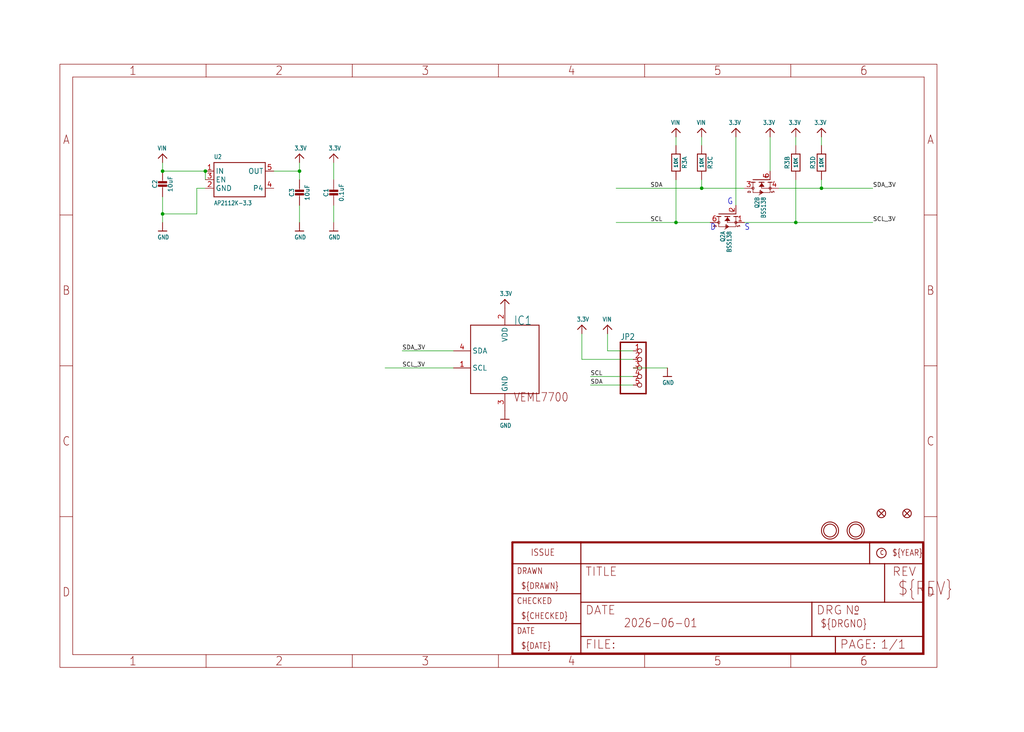
<source format=kicad_sch>
(kicad_sch (version 20250114) (generator "eeschema") (generator_version "9.0")
  (paper "User" 303.962 217.322)
  (lib_symbols
    (symbol "VEML7700-eagle-import:3.3V" (power)
      (symbol "3.3V_1_0"
        (polyline (pts (xy -1.27 -1.27) (xy 0 0)) (stroke (width 0.254)))
        (polyline (pts (xy 0 0) (xy 1.27 -1.27)) (stroke (width 0.254)))
        (pin power_in line (at 0 -2.54 90) (length 2.54) (name "3.3V") (number "1"))
      )
    )
    (symbol "VEML7700-eagle-import:CAP_CERAMIC0603_NO"
      (property "Reference" "C" (at -2.29 1.25 90))
      (symbol "CAP_CERAMIC0603_NO_1_0"
        (rectangle (start -1.27 1.524) (end 1.27 2.032) (fill (type outline)))
        (rectangle (start -1.27 0.508) (end 1.27 1.016) (fill (type outline)))
        (polyline (pts (xy 0 2.54) (xy 0 1.778)) (stroke (width 0.1524)))
        (polyline (pts (xy 0 0.762) (xy 0 0)) (stroke (width 0.1524)))
        (pin passive line (at 0 5.08 270) (length 2.54) (name "1") (number "1"))
        (pin passive line (at 0 -2.54 90) (length 2.54) (name "2") (number "2"))
      )
    )
    (symbol "VEML7700-eagle-import:CAP_CERAMIC0805-NOOUTLINE"
      (property "Reference" "C" (at -2.29 1.25 90))
      (symbol "CAP_CERAMIC0805-NOOUTLINE_1_0"
        (rectangle (start -1.27 1.524) (end 1.27 2.032) (fill (type outline)))
        (rectangle (start -1.27 0.508) (end 1.27 1.016) (fill (type outline)))
        (polyline (pts (xy 0 2.54) (xy 0 1.778)) (stroke (width 0.1524)))
        (polyline (pts (xy 0 0.762) (xy 0 0)) (stroke (width 0.1524)))
        (pin passive line (at 0 5.08 270) (length 2.54) (name "1") (number "1"))
        (pin passive line (at 0 -2.54 90) (length 2.54) (name "2") (number "2"))
      )
    )
    (symbol "VEML7700-eagle-import:FIDUCIAL_1MM"
      (symbol "FIDUCIAL_1MM_1_0"
        (polyline (pts (xy -0.762 0.762) (xy 0.762 -0.762)) (stroke (width 0.254)))
        (circle (center 0 0) (radius 1.27) (stroke (width 0.254)))
        (polyline (pts (xy 0.762 0.762) (xy -0.762 -0.762)) (stroke (width 0.254)))
      )
    )
    (symbol "VEML7700-eagle-import:FRAME_A4"
      (symbol "FRAME_A4_1_0"
        (polyline (pts (xy 0 179.07) (xy 260.35 179.07) (xy 260.35 0) (xy 0 0) (xy 0 179.07)))
        (polyline (pts (xy 0 134.3025) (xy 3.81 134.3025)))
        (polyline (pts (xy 0 89.535) (xy 3.81 89.535)))
        (polyline (pts (xy 0 44.7675) (xy 3.81 44.7675)))
        (polyline (pts (xy 3.81 175.26) (xy 3.81 3.81)))
        (polyline (pts (xy 43.3917 179.07) (xy 43.3917 175.26)))
        (polyline (pts (xy 43.3917 3.81) (xy 43.3917 0)))
        (polyline (pts (xy 86.7833 179.07) (xy 86.7833 175.26)))
        (polyline (pts (xy 86.7833 3.81) (xy 86.7833 0)))
        (polyline (pts (xy 130.175 179.07) (xy 130.175 175.26)))
        (polyline (pts (xy 130.175 3.81) (xy 130.175 0)))
        (polyline (pts (xy 173.5667 179.07) (xy 173.5667 175.26)))
        (polyline (pts (xy 173.5667 3.81) (xy 173.5667 0)))
        (polyline (pts (xy 216.9583 179.07) (xy 216.9583 175.26)))
        (polyline (pts (xy 216.9583 3.81) (xy 216.9583 0)))
        (polyline (pts (xy 256.54 175.26) (xy 3.81 175.26)))
        (polyline (pts (xy 256.54 175.26) (xy 256.54 3.81)))
        (polyline (pts (xy 256.54 134.3025) (xy 260.35 134.3025)))
        (polyline (pts (xy 256.54 89.535) (xy 260.35 89.535)))
        (polyline (pts (xy 256.54 44.7675) (xy 260.35 44.7675)))
        (polyline (pts (xy 256.54 19.05) (xy 256.54 36.83)) (stroke (width 0.1016)))
        (polyline (pts (xy 256.54 13.97) (xy 256.54 19.05)) (stroke (width 0.1016)))
        (polyline (pts (xy 256.54 8.89) (xy 256.54 13.97)) (stroke (width 0.1016)))
        (polyline (pts (xy 256.54 3.81) (xy 3.81 3.81)))
        (polyline (pts (xy 256.54 3.81) (xy 256.54 8.89)) (stroke (width 0.1016)))
        (text "A" (at 1.905 156.6863 0) (effects (font (size 2.54 2.286))))
        (text "B" (at 1.905 111.9188 0) (effects (font (size 2.54 2.286))))
        (text "C" (at 1.905 67.1513 0) (effects (font (size 2.54 2.286))))
        (text "D" (at 1.905 22.3838 0) (effects (font (size 2.54 2.286))))
        (text "1" (at 21.6958 177.165 0) (effects (font (size 2.54 2.286))))
        (text "1" (at 21.6958 1.905 0) (effects (font (size 2.54 2.286))))
        (text "2" (at 65.0875 177.165 0) (effects (font (size 2.54 2.286))))
        (text "2" (at 65.0875 1.905 0) (effects (font (size 2.54 2.286))))
        (text "3" (at 108.4792 177.165 0) (effects (font (size 2.54 2.286))))
        (text "3" (at 108.4792 1.905 0) (effects (font (size 2.54 2.286))))
        (text "4" (at 151.8708 177.165 0) (effects (font (size 2.54 2.286))))
        (text "4" (at 151.8708 1.905 0) (effects (font (size 2.54 2.286))))
        (text "5" (at 195.2625 177.165 0) (effects (font (size 2.54 2.286))))
        (text "5" (at 195.2625 1.905 0) (effects (font (size 2.54 2.286))))
        (text "6" (at 238.6542 177.165 0) (effects (font (size 2.54 2.286))))
        (text "6" (at 238.6542 1.905 0) (effects (font (size 2.54 2.286))))
        (text "A" (at 258.445 156.6863 0) (effects (font (size 2.54 2.286))))
        (text "B" (at 258.445 111.9188 0) (effects (font (size 2.54 2.286))))
        (text "C" (at 258.445 67.1513 0) (effects (font (size 2.54 2.286))))
        (text "D" (at 258.445 22.3838 0) (effects (font (size 2.54 2.286))))
      )
      (symbol "FRAME_A4_2_0"
        (polyline (pts (xy -0.3048 34.5948) (xy -0.3048 28.2448)) (stroke (width 0.6096)))
        (polyline (pts (xy -0.3048 28.2448) (xy -0.3048 19.3548)) (stroke (width 0.6096)))
        (polyline (pts (xy -0.3048 28.2448) (xy 20.0152 28.2448)) (stroke (width 0.3048)))
        (polyline (pts (xy -0.3048 19.3548) (xy -0.3048 10.4648)) (stroke (width 0.6096)))
        (polyline (pts (xy -0.3048 19.3548) (xy 20.0152 19.3548)) (stroke (width 0.3048)))
        (polyline (pts (xy -0.3048 10.4648) (xy -0.3048 1.5748)) (stroke (width 0.6096)))
        (polyline (pts (xy -0.3048 10.4648) (xy 20.0152 10.4648)) (stroke (width 0.3048)))
        (polyline (pts (xy -0.3048 1.5748) (xy 20.0152 1.5748)) (stroke (width 0.6096)))
        (polyline (pts (xy 20.0152 34.5948) (xy -0.3048 34.5948)) (stroke (width 0.6096)))
        (polyline (pts (xy 20.0152 28.2448) (xy 20.0152 34.5948)) (stroke (width 0.3048)))
        (polyline (pts (xy 20.0152 28.2448) (xy 105.7402 28.2448)) (stroke (width 0.3048)))
        (polyline (pts (xy 20.0152 19.3548) (xy 20.0152 28.2448)) (stroke (width 0.3048)))
        (polyline (pts (xy 20.0152 16.8148) (xy 20.0152 19.3548)) (stroke (width 0.3048)))
        (polyline (pts (xy 20.0152 10.4648) (xy 20.0152 16.8148)) (stroke (width 0.3048)))
        (polyline (pts (xy 20.0152 6.6548) (xy 20.0152 10.4648)) (stroke (width 0.3048)))
        (polyline (pts (xy 20.0152 6.6548) (xy 88.5952 6.6548)) (stroke (width 0.3048)))
        (polyline (pts (xy 20.0152 1.5748) (xy 20.0152 6.6548)) (stroke (width 0.3048)))
        (polyline (pts (xy 20.0152 1.5748) (xy 95.5802 1.5748)) (stroke (width 0.6096)))
        (polyline (pts (xy 88.5952 16.8148) (xy 20.0152 16.8148)) (stroke (width 0.3048)))
        (polyline (pts (xy 88.5952 16.8148) (xy 88.5952 6.6548)) (stroke (width 0.3048)))
        (polyline (pts (xy 88.5952 6.6548) (xy 95.5802 6.6548)) (stroke (width 0.3048)))
        (polyline (pts (xy 95.5802 6.6548) (xy 95.5802 1.5748)) (stroke (width 0.3048)))
        (polyline (pts (xy 95.5802 6.6548) (xy 121.6152 6.6548)) (stroke (width 0.3048)))
        (polyline (pts (xy 95.5802 1.5748) (xy 121.6152 1.5748)) (stroke (width 0.6096)))
        (polyline (pts (xy 101.2952 13.3223) (xy 102.2477 13.3223)) (stroke (width 0.254)))
        (polyline (pts (xy 105.7402 34.5948) (xy 20.0152 34.5948)) (stroke (width 0.6096)))
        (polyline (pts (xy 105.7402 28.2448) (xy 105.7402 34.5948)) (stroke (width 0.3048)))
        (polyline (pts (xy 105.7402 28.2448) (xy 110.1852 28.2448)) (stroke (width 0.3048)))
        (circle (center 109.2327 31.4198) (radius 1.4199) (stroke (width 0.254)))
        (polyline (pts (xy 110.1852 28.2448) (xy 110.1852 16.8148)) (stroke (width 0.3048)))
        (polyline (pts (xy 110.1852 28.2448) (xy 121.6152 28.2448)) (stroke (width 0.3048)))
        (polyline (pts (xy 110.1852 16.8148) (xy 88.5952 16.8148)) (stroke (width 0.3048)))
        (polyline (pts (xy 121.6152 34.5948) (xy 105.7402 34.5948)) (stroke (width 0.6096)))
        (polyline (pts (xy 121.6152 34.5948) (xy 121.6152 28.2448)) (stroke (width 0.6096)))
        (polyline (pts (xy 121.6152 28.2448) (xy 121.6152 16.8148)) (stroke (width 0.6096)))
        (polyline (pts (xy 121.6152 16.8148) (xy 110.1852 16.8148)) (stroke (width 0.3048)))
        (polyline (pts (xy 121.6152 16.8148) (xy 121.6152 6.6548)) (stroke (width 0.6096)))
        (polyline (pts (xy 121.6152 6.6548) (xy 121.6152 1.5748)) (stroke (width 0.6096)))
        (text "DRAWN" (at 0.9652 25.0698 0) (effects (font (size 1.778 1.5113)) (justify left bottom)))
        (text "CHECKED" (at 0.9652 16.1798 0) (effects (font (size 1.778 1.5113)) (justify left bottom)))
        (text "DATE" (at 0.9652 7.2898 0) (effects (font (size 1.778 1.5113)) (justify left bottom)))
        (text "${DRAWN}" (at 2.2352 20.6248 0) (effects (font (size 1.778 1.5113)) (justify left bottom)))
        (text "${CHECKED}" (at 2.2352 11.7348 0) (effects (font (size 1.778 1.5113)) (justify left bottom)))
        (text "${DATE}" (at 2.2352 2.8448 0) (effects (font (size 1.778 1.5113)) (justify left bottom)))
        (text "ISSUE" (at 5.0927 30.4673 0) (effects (font (size 1.9304 1.6408)) (justify left bottom)))
        (text "TITLE" (at 21.2852 24.4348 0) (effects (font (size 2.54 2.54)) (justify left bottom)))
        (text "DATE" (at 21.2852 13.0048 0) (effects (font (size 2.54 2.54)) (justify left bottom)))
        (text "FILE:" (at 21.2852 2.8448 0) (effects (font (size 2.54 2.54)) (justify left bottom)))
        (text "${COMPANY}" (at 23.349 29.6735 0) (effects (font (size 3.175 2.6987) (thickness 0.5397) (bold yes)) (justify left bottom)))
        (text "${CURRENT_DATE}" (at 32.7152 9.1948 0) (effects (font (size 2.54 2.159)) (justify left bottom)))
        (text "${PROJECTNAME}" (at 33.0327 2.8448 0) (effects (font (size 2.54 2.159)) (justify left bottom)))
        (text "DRG" (at 89.8652 13.0048 0) (effects (font (size 2.54 2.54)) (justify left bottom)))
        (text "${DRGNO}" (at 91.1352 9.1948 0) (effects (font (size 2.1844 1.8567)) (justify left bottom)))
        (text "PAGE:" (at 96.8502 2.8448 0) (effects (font (size 2.54 2.54)) (justify left bottom)))
        (text "N" (at 98.4377 13.0048 0) (effects (font (size 2.54 2.54)) (justify left bottom)))
        (text "o" (at 100.9777 13.9573 0) (effects (font (size 2.1844 1.8567)) (justify left bottom)))
        (text "C" (at 108.7564 30.7848 0) (effects (font (size 1.27 1.0795)) (justify left bottom)))
        (text "${#}/${##}" (at 108.9152 2.8448 0) (effects (font (size 2.54 2.54)) (justify left bottom)))
        (text "${YEAR}" (at 112.4077 30.4673 0) (effects (font (size 1.778 1.5113)) (justify left bottom)))
        (text "REV" (at 112.4077 24.4348 0) (effects (font (size 2.54 2.54)) (justify left bottom)))
        (text "${REV}" (at 113.9952 18.7198 0) (effects (font (size 3.81 3.2385)) (justify left bottom)))
      )
    )
    (symbol "VEML7700-eagle-import:GND" (power)
      (symbol "GND_1_0"
        (polyline (pts (xy -1.27 0) (xy 1.27 0)) (stroke (width 0.254)))
        (pin power_in line (at 0 2.54 270) (length 2.54) (name "GND") (number "1"))
      )
    )
    (symbol "VEML7700-eagle-import:HEADER-1X5ROUND"
      (property "Reference" "JP" (at -6.35 8.255 0))
      (symbol "HEADER-1X5ROUND_1_0"
        (polyline (pts (xy -6.35 7.62) (xy -6.35 -7.62)) (stroke (width 0.4064)))
        (polyline (pts (xy -6.35 -7.62) (xy 1.27 -7.62)) (stroke (width 0.4064)))
        (polyline (pts (xy 1.27 7.62) (xy -6.35 7.62)) (stroke (width 0.4064)))
        (polyline (pts (xy 1.27 -7.62) (xy 1.27 7.62)) (stroke (width 0.4064)))
        (pin passive inverted (at -2.54 5.08 0) (length 2.54) (name "1") (number "1"))
        (pin passive inverted (at -2.54 2.54 0) (length 2.54) (name "2") (number "2"))
        (pin passive inverted (at -2.54 0 0) (length 2.54) (name "3") (number "3"))
        (pin passive inverted (at -2.54 -2.54 0) (length 2.54) (name "4") (number "4"))
        (pin passive inverted (at -2.54 -5.08 0) (length 2.54) (name "5") (number "5"))
      )
    )
    (symbol "VEML7700-eagle-import:MOSFET-N_DUAL"
      (property "Reference" "Q" (at 5.08 0.635 0))
      (symbol "MOSFET-N_DUAL_1_0"
        (polyline (pts (xy 0 2.54) (xy 0 -2.54)) (stroke (width 0.254)))
        (polyline (pts (xy 0.762 3.175) (xy 0.762 2.54)) (stroke (width 0.254)))
        (polyline (pts (xy 0.762 2.54) (xy 0.762 1.905)) (stroke (width 0.254)))
        (polyline (pts (xy 0.762 2.54) (xy 3.81 2.54)) (stroke (width 0.1524)))
        (polyline (pts (xy 0.762 0.762) (xy 0.762 0)) (stroke (width 0.254)))
        (polyline (pts (xy 0.762 0) (xy 0.762 -0.762)) (stroke (width 0.254)))
        (polyline (pts (xy 0.762 0) (xy 2.54 0)) (stroke (width 0.1524)))
        (polyline (pts (xy 0.762 -1.905) (xy 0.762 -2.54)) (stroke (width 0.254)))
        (polyline (pts (xy 0.762 -2.54) (xy 0.762 -3.175)) (stroke (width 0.254)))
        (polyline (pts (xy 1.016 0) (xy 2.032 -0.762) (xy 2.032 0.762)) (stroke (width 0.1524)) (fill (type outline)))
        (circle (center 2.54 2.54) (radius 0.3592))
        (polyline (pts (xy 2.54 0) (xy 2.54 -2.54)) (stroke (width 0.1524)))
        (polyline (pts (xy 2.54 -2.54) (xy 0.762 -2.54)) (stroke (width 0.1524)))
        (polyline (pts (xy 2.54 -2.54) (xy 3.81 -2.54)) (stroke (width 0.1524)))
        (circle (center 2.54 -2.54) (radius 0.3592))
        (polyline (pts (xy 3.302 0.508) (xy 3.048 0.254)) (stroke (width 0.1524)))
        (polyline (pts (xy 3.81 2.54) (xy 3.81 0.508)) (stroke (width 0.1524)))
        (polyline (pts (xy 3.81 0.508) (xy 3.302 0.508)) (stroke (width 0.1524)))
        (polyline (pts (xy 3.81 0.508) (xy 3.81 -2.54)) (stroke (width 0.1524)))
        (polyline (pts (xy 3.81 -0.508) (xy 3.302 0.254) (xy 4.318 0.254)) (stroke (width 0.1524)) (fill (type outline)))
        (polyline (pts (xy 4.318 0.508) (xy 3.81 0.508)) (stroke (width 0.1524)))
        (polyline (pts (xy 4.572 0.762) (xy 4.318 0.508)) (stroke (width 0.1524)))
        (text "G" (at -1.27 -1.905 0) (effects (font (size 0.8128 0.6908)) (justify left bottom)))
        (text "D" (at 3.175 3.175 0) (effects (font (size 0.8128 0.6908)) (justify left bottom)))
        (text "S" (at 3.175 -3.81 0) (effects (font (size 0.8128 0.6908)) (justify left bottom)))
        (pin bidirectional line (at -2.54 -2.54 0) (length 2.54) (name "G") (number "2"))
        (pin bidirectional line (at 2.54 5.08 270) (length 2.54) (name "D") (number "6"))
        (pin bidirectional line (at 2.54 -5.08 90) (length 2.54) (name "S") (number "1"))
      )
      (symbol "MOSFET-N_DUAL_2_0"
        (polyline (pts (xy 0 2.54) (xy 0 -2.54)) (stroke (width 0.254)))
        (polyline (pts (xy 0.762 3.175) (xy 0.762 2.54)) (stroke (width 0.254)))
        (polyline (pts (xy 0.762 2.54) (xy 0.762 1.905)) (stroke (width 0.254)))
        (polyline (pts (xy 0.762 2.54) (xy 3.81 2.54)) (stroke (width 0.1524)))
        (polyline (pts (xy 0.762 0.762) (xy 0.762 0)) (stroke (width 0.254)))
        (polyline (pts (xy 0.762 0) (xy 0.762 -0.762)) (stroke (width 0.254)))
        (polyline (pts (xy 0.762 0) (xy 2.54 0)) (stroke (width 0.1524)))
        (polyline (pts (xy 0.762 -1.905) (xy 0.762 -2.54)) (stroke (width 0.254)))
        (polyline (pts (xy 0.762 -2.54) (xy 0.762 -3.175)) (stroke (width 0.254)))
        (polyline (pts (xy 1.016 0) (xy 2.032 -0.762) (xy 2.032 0.762)) (stroke (width 0.1524)) (fill (type outline)))
        (circle (center 2.54 2.54) (radius 0.3592))
        (polyline (pts (xy 2.54 0) (xy 2.54 -2.54)) (stroke (width 0.1524)))
        (polyline (pts (xy 2.54 -2.54) (xy 0.762 -2.54)) (stroke (width 0.1524)))
        (polyline (pts (xy 2.54 -2.54) (xy 3.81 -2.54)) (stroke (width 0.1524)))
        (circle (center 2.54 -2.54) (radius 0.3592))
        (polyline (pts (xy 3.302 0.508) (xy 3.048 0.254)) (stroke (width 0.1524)))
        (polyline (pts (xy 3.81 2.54) (xy 3.81 0.508)) (stroke (width 0.1524)))
        (polyline (pts (xy 3.81 0.508) (xy 3.302 0.508)) (stroke (width 0.1524)))
        (polyline (pts (xy 3.81 0.508) (xy 3.81 -2.54)) (stroke (width 0.1524)))
        (polyline (pts (xy 3.81 -0.508) (xy 3.302 0.254) (xy 4.318 0.254)) (stroke (width 0.1524)) (fill (type outline)))
        (polyline (pts (xy 4.318 0.508) (xy 3.81 0.508)) (stroke (width 0.1524)))
        (polyline (pts (xy 4.572 0.762) (xy 4.318 0.508)) (stroke (width 0.1524)))
        (text "G" (at -1.27 -1.905 0) (effects (font (size 0.8128 0.6908)) (justify left bottom)))
        (text "D" (at 3.175 3.175 0) (effects (font (size 0.8128 0.6908)) (justify left bottom)))
        (text "S" (at 3.175 -3.81 0) (effects (font (size 0.8128 0.6908)) (justify left bottom)))
        (pin bidirectional line (at -2.54 -2.54 0) (length 2.54) (name "G") (number "5"))
        (pin bidirectional line (at 2.54 5.08 270) (length 2.54) (name "D") (number "3"))
        (pin bidirectional line (at 2.54 -5.08 90) (length 2.54) (name "S") (number "4"))
      )
    )
    (symbol "VEML7700-eagle-import:MOUNTINGHOLE2.5"
      (symbol "MOUNTINGHOLE2.5_1_0"
        (circle (center 0 0) (radius 1.905) (stroke (width 0.254)))
        (circle (center 0 0) (radius 2.54) (stroke (width 0.254)))
      )
    )
    (symbol "VEML7700-eagle-import:RESISTOR_4PACK"
      (property "Reference" "R" (at 0 2.54 0))
      (symbol "RESISTOR_4PACK_1_0"
        (polyline (pts (xy -2.54 1.27) (xy 2.54 1.27)) (stroke (width 0.254)))
        (polyline (pts (xy -2.54 -1.27) (xy -2.54 1.27)) (stroke (width 0.254)))
        (polyline (pts (xy 2.54 1.27) (xy 2.54 -1.27)) (stroke (width 0.254)))
        (polyline (pts (xy 2.54 -1.27) (xy -2.54 -1.27)) (stroke (width 0.254)))
        (pin passive line (at -5.08 0 0) (length 2.54) (name "1") (number "1"))
        (pin passive line (at 5.08 0 180) (length 2.54) (name "2") (number "8"))
      )
      (symbol "RESISTOR_4PACK_2_0"
        (polyline (pts (xy -2.54 1.27) (xy 2.54 1.27)) (stroke (width 0.254)))
        (polyline (pts (xy -2.54 -1.27) (xy -2.54 1.27)) (stroke (width 0.254)))
        (polyline (pts (xy 2.54 1.27) (xy 2.54 -1.27)) (stroke (width 0.254)))
        (polyline (pts (xy 2.54 -1.27) (xy -2.54 -1.27)) (stroke (width 0.254)))
        (pin passive line (at -5.08 0 0) (length 2.54) (name "1") (number "2"))
        (pin passive line (at 5.08 0 180) (length 2.54) (name "2") (number "7"))
      )
      (symbol "RESISTOR_4PACK_3_0"
        (polyline (pts (xy -2.54 1.27) (xy 2.54 1.27)) (stroke (width 0.254)))
        (polyline (pts (xy -2.54 -1.27) (xy -2.54 1.27)) (stroke (width 0.254)))
        (polyline (pts (xy 2.54 1.27) (xy 2.54 -1.27)) (stroke (width 0.254)))
        (polyline (pts (xy 2.54 -1.27) (xy -2.54 -1.27)) (stroke (width 0.254)))
        (pin passive line (at -5.08 0 0) (length 2.54) (name "1") (number "3"))
        (pin passive line (at 5.08 0 180) (length 2.54) (name "2") (number "6"))
      )
      (symbol "RESISTOR_4PACK_4_0"
        (polyline (pts (xy -2.54 1.27) (xy 2.54 1.27)) (stroke (width 0.254)))
        (polyline (pts (xy -2.54 -1.27) (xy -2.54 1.27)) (stroke (width 0.254)))
        (polyline (pts (xy 2.54 1.27) (xy 2.54 -1.27)) (stroke (width 0.254)))
        (polyline (pts (xy 2.54 -1.27) (xy -2.54 -1.27)) (stroke (width 0.254)))
        (pin passive line (at -5.08 0 0) (length 2.54) (name "1") (number "4"))
        (pin passive line (at 5.08 0 180) (length 2.54) (name "2") (number "5"))
      )
    )
    (symbol "VEML7700-eagle-import:VEML7700"
      (property "Reference" "IC" (at 2.54 10.16 0))
      (symbol "VEML7700_1_0"
        (polyline (pts (xy -10.16 10.16) (xy 10.16 10.16)) (stroke (width 0.254)))
        (polyline (pts (xy -10.16 -10.16) (xy -10.16 10.16)) (stroke (width 0.254)))
        (polyline (pts (xy 10.16 10.16) (xy 10.16 -10.16)) (stroke (width 0.254)))
        (polyline (pts (xy 10.16 -10.16) (xy -10.16 -10.16)) (stroke (width 0.254)))
        (text "VEML7700" (at 2.54 -12.7 0) (effects (font (size 2.54 2.159)) (justify left bottom)))
        (pin bidirectional line (at -15.24 2.54 0) (length 5.08) (name "SDA") (number "4"))
        (pin bidirectional line (at -15.24 -2.54 0) (length 5.08) (name "SCL") (number "1"))
        (pin power_in line (at 0 15.24 270) (length 5.08) (name "VDD") (number "2"))
        (pin power_in line (at 0 -15.24 90) (length 5.08) (name "GND") (number "3"))
      )
    )
    (symbol "VEML7700-eagle-import:VIN" (power)
      (symbol "VIN_1_0"
        (polyline (pts (xy -1.27 -1.27) (xy 0 0)) (stroke (width 0.254)))
        (polyline (pts (xy 0 0) (xy 1.27 -1.27)) (stroke (width 0.254)))
        (pin power_in line (at 0 -2.54 90) (length 2.54) (name "VIN") (number "1"))
      )
    )
    (symbol "VEML7700-eagle-import:VREG_SOT23-5"
      (property "Reference" "U" (at -7.62 6.096 0))
      (symbol "VREG_SOT23-5_1_0"
        (polyline (pts (xy -7.62 5.08) (xy 7.62 5.08)) (stroke (width 0.254)))
        (polyline (pts (xy -7.62 -5.08) (xy -7.62 5.08)) (stroke (width 0.254)))
        (polyline (pts (xy 7.62 5.08) (xy 7.62 -5.08)) (stroke (width 0.254)))
        (polyline (pts (xy 7.62 -5.08) (xy -7.62 -5.08)) (stroke (width 0.254)))
        (pin power_in line (at -10.16 2.54 0) (length 2.54) (name "IN") (number "1"))
        (pin input line (at -10.16 0 0) (length 2.54) (name "EN") (number "3"))
        (pin power_in line (at -10.16 -2.54 0) (length 2.54) (name "GND") (number "2"))
        (pin power_in line (at 10.16 2.54 180) (length 2.54) (name "OUT") (number "5"))
        (pin bidirectional line (at 10.16 -2.54 180) (length 2.54) (name "P4") (number "4"))
      )
    )
  )
  (text "G" (at 215.9 60.96 0) (effects (font (size 1.778 1.5113)) (justify left bottom)))
  (text "D" (at 210.82 68.58 0) (effects (font (size 1.778 1.5113)) (justify left bottom)))
  (text "S" (at 220.98 68.58 0) (effects (font (size 1.778 1.5113)) (justify left bottom)))
  (junction (at 88.9 50.8))
  (junction (at 200.66 66.04))
  (junction (at 48.26 63.5))
  (junction (at 243.84 55.88))
  (junction (at 236.22 66.04))
  (junction (at 60.96 50.8))
  (junction (at 208.28 55.88))
  (junction (at 48.26 50.8))
  (wire (pts (xy 187.96 106.68) (xy 172.72 106.68)) (stroke (width 0.1524)))
  (wire (pts (xy 236.22 43.18) (xy 236.22 40.64)) (stroke (width 0.1524)))
  (wire (pts (xy 114.3 109.22) (xy 134.62 109.22)) (stroke (width 0.1524)))
  (wire (pts (xy 187.96 114.3) (xy 175.26 114.3)) (stroke (width 0.1524)))
  (wire (pts (xy 81.28 50.8) (xy 88.9 50.8)) (stroke (width 0.1524)))
  (wire (pts (xy 200.66 53.34) (xy 200.66 66.04)) (stroke (width 0.1524)))
  (wire (pts (xy 231.14 55.88) (xy 243.84 55.88)) (stroke (width 0.1524)))
  (wire (pts (xy 48.26 48.26) (xy 48.26 50.8)) (stroke (width 0.1524)))
  (wire (pts (xy 58.42 63.5) (xy 48.26 63.5)) (stroke (width 0.1524)))
  (wire (pts (xy 208.28 43.18) (xy 208.28 40.64)) (stroke (width 0.1524)))
  (wire (pts (xy 187.96 104.14) (xy 180.34 104.14)) (stroke (width 0.1524)))
  (wire (pts (xy 60.96 55.88) (xy 58.42 55.88)) (stroke (width 0.1524)))
  (wire (pts (xy 236.22 66.04) (xy 259.08 66.04)) (stroke (width 0.1524)))
  (wire (pts (xy 236.22 53.34) (xy 236.22 66.04)) (stroke (width 0.1524)))
  (wire (pts (xy 48.26 63.5) (xy 48.26 66.04)) (stroke (width 0.1524)))
  (wire (pts (xy 200.66 40.64) (xy 200.66 43.18)) (stroke (width 0.1524)))
  (wire (pts (xy 134.62 104.14) (xy 119.38 104.14)) (stroke (width 0.1524)))
  (wire (pts (xy 200.66 66.04) (xy 182.88 66.04)) (stroke (width 0.1524)))
  (wire (pts (xy 243.84 43.18) (xy 243.84 40.64)) (stroke (width 0.1524)))
  (wire (pts (xy 58.42 55.88) (xy 58.42 63.5)) (stroke (width 0.1524)))
  (wire (pts (xy 99.06 60.96) (xy 99.06 66.04)) (stroke (width 0.1524)))
  (wire (pts (xy 208.28 55.88) (xy 182.88 55.88)) (stroke (width 0.1524)))
  (wire (pts (xy 243.84 53.34) (xy 243.84 55.88)) (stroke (width 0.1524)))
  (wire (pts (xy 220.98 55.88) (xy 208.28 55.88)) (stroke (width 0.1524)))
  (wire (pts (xy 208.28 53.34) (xy 208.28 55.88)) (stroke (width 0.1524)))
  (wire (pts (xy 172.72 106.68) (xy 172.72 99.06)) (stroke (width 0.1524)))
  (wire (pts (xy 88.9 60.96) (xy 88.9 66.04)) (stroke (width 0.1524)))
  (wire (pts (xy 220.98 66.04) (xy 236.22 66.04)) (stroke (width 0.1524)))
  (wire (pts (xy 187.96 111.76) (xy 175.26 111.76)) (stroke (width 0.1524)))
  (wire (pts (xy 243.84 55.88) (xy 259.08 55.88)) (stroke (width 0.1524)))
  (wire (pts (xy 218.44 60.96) (xy 218.44 40.64)) (stroke (width 0.1524)))
  (wire (pts (xy 88.9 50.8) (xy 88.9 48.26)) (stroke (width 0.1524)))
  (wire (pts (xy 210.82 66.04) (xy 200.66 66.04)) (stroke (width 0.1524)))
  (wire (pts (xy 48.26 63.5) (xy 48.26 58.42)) (stroke (width 0.1524)))
  (wire (pts (xy 228.6 50.8) (xy 228.6 40.64)) (stroke (width 0.1524)))
  (wire (pts (xy 99.06 48.26) (xy 99.06 53.34)) (stroke (width 0.1524)))
  (wire (pts (xy 60.96 53.34) (xy 60.96 50.8)) (stroke (width 0.1524)))
  (wire (pts (xy 88.9 50.8) (xy 88.9 53.34)) (stroke (width 0.1524)))
  (wire (pts (xy 60.96 50.8) (xy 48.26 50.8)) (stroke (width 0.1524)))
  (wire (pts (xy 180.34 104.14) (xy 180.34 99.06)) (stroke (width 0.1524)))
  (wire (pts (xy 187.96 109.22) (xy 198.12 109.22)) (stroke (width 0.1524)))
  (label "SDA" (at 193.04 55.88 0) (effects (font (size 1.2446 1.2446))))
  (label "SCL" (at 193.04 66.04 0) (effects (font (size 1.2446 1.2446))))
  (label "SCL_3V" (at 119.38 109.22 0) (effects (font (size 1.2446 1.2446))))
  (label "SDA_3V" (at 119.38 104.14 0) (effects (font (size 1.2446 1.2446))))
  (label "SCL_3V" (at 259.08 66.04 0) (effects (font (size 1.2446 1.2446))))
  (label "SCL" (at 175.26 111.76 0) (effects (font (size 1.2446 1.2446))))
  (label "SDA" (at 175.26 114.3 0) (effects (font (size 1.2446 1.2446))))
  (label "SDA_3V" (at 259.08 55.88 0) (effects (font (size 1.2446 1.2446))))
  (symbol (lib_id "VEML7700-eagle-import:CAP_CERAMIC0603_NO") (at 99.06 58.42 0) (unit 1)
    (property "Reference" "C1" (at 96.77 57.17 90))
    (property "Value" "0.1uF" (at 101.36 57.17 90))
    (property "Footprint" "VEML7700:0603-NO" (effects (hide yes)))
  )
  (symbol (lib_id "VEML7700-eagle-import:FRAME_A4") (at 17.78 198.12 0) (unit 1)
    (property "Reference" "#FRAME1" (effects (hide yes)))
    (property "Value" "FRAME_A4" (effects (hide yes)))
  )
  (symbol (lib_id "VEML7700-eagle-import:RESISTOR_4PACK") (at 200.66 48.26 270) (unit 1)
    (property "Reference" "R3" (at 203.2 48.26 0))
    (property "Value" "10K" (at 200.66 48.26 0) (effects (font (size 1.016 1.016) (thickness 0.2032) (bold yes))))
    (property "Footprint" "VEML7700:RESPACK_4X0603" (effects (hide yes)))
  )
  (symbol (lib_id "VEML7700-eagle-import:MOUNTINGHOLE2.5") (at 254 157.48 0) (unit 1)
    (property "Reference" "U$3" (effects (hide yes)))
    (property "Value" "MOUNTINGHOLE2.5" (effects (hide yes)))
    (property "Footprint" "VEML7700:MOUNTINGHOLE_2.5_PLATED" (effects (hide yes)))
  )
  (symbol (lib_id "VEML7700-eagle-import:3.3V") (at 243.84 38.1 0) (mirror y) (unit 1)
    (property "Reference" "#U$7" (effects (hide yes)))
    (property "Value" "3.3V" (at 245.364 37.084 0) (effects (font (size 1.27 1.0795)) (justify left bottom)))
  )
  (symbol (lib_id "VEML7700-eagle-import:3.3V") (at 228.6 38.1 0) (mirror y) (unit 1)
    (property "Reference" "#U$23" (effects (hide yes)))
    (property "Value" "3.3V" (at 230.124 37.084 0) (effects (font (size 1.27 1.0795)) (justify left bottom)))
  )
  (symbol (lib_id "VEML7700-eagle-import:GND") (at 88.9 68.58 0) (unit 1)
    (property "Reference" "#U$5" (effects (hide yes)))
    (property "Value" "GND" (at 87.376 71.12 0) (effects (font (size 1.27 1.0795)) (justify left bottom)))
  )
  (symbol (lib_id "VEML7700-eagle-import:GND") (at 99.06 68.58 0) (unit 1)
    (property "Reference" "#U$6" (effects (hide yes)))
    (property "Value" "GND" (at 97.536 71.12 0) (effects (font (size 1.27 1.0795)) (justify left bottom)))
  )
  (symbol (lib_id "VEML7700-eagle-import:3.3V") (at 149.86 88.9 0) (unit 1)
    (property "Reference" "#U$2" (effects (hide yes)))
    (property "Value" "3.3V" (at 148.336 87.884 0) (effects (font (size 1.27 1.0795)) (justify left bottom)))
  )
  (symbol (lib_id "VEML7700-eagle-import:RESISTOR_4PACK") (at 243.84 48.26 90) (mirror x) (unit 4)
    (property "Reference" "R3" (at 241.3 48.26 0))
    (property "Value" "10K" (at 243.84 48.26 0) (effects (font (size 1.016 1.016) (thickness 0.2032) (bold yes))))
    (property "Footprint" "VEML7700:RESPACK_4X0603" (effects (hide yes)))
  )
  (symbol (lib_id "VEML7700-eagle-import:CAP_CERAMIC0805-NOOUTLINE") (at 88.9 58.42 0) (unit 1)
    (property "Reference" "C3" (at 86.61 57.17 90))
    (property "Value" "10uF" (at 91.2 57.17 90))
    (property "Footprint" "VEML7700:0805-NO" (effects (hide yes)))
  )
  (symbol (lib_id "VEML7700-eagle-import:FIDUCIAL_1MM") (at 269.24 152.4 0) (unit 1)
    (property "Reference" "FID1" (effects (hide yes)))
    (property "Value" "FIDUCIAL_1MM" (effects (hide yes)))
    (property "Footprint" "VEML7700:FIDUCIAL_1MM" (effects (hide yes)))
  )
  (symbol (lib_id "VEML7700-eagle-import:CAP_CERAMIC0805-NOOUTLINE") (at 48.26 55.88 0) (unit 1)
    (property "Reference" "C2" (at 45.97 54.63 90))
    (property "Value" "10uF" (at 50.56 54.63 90))
    (property "Footprint" "VEML7700:0805-NO" (effects (hide yes)))
  )
  (symbol (lib_id "VEML7700-eagle-import:FRAME_A4") (at 152.4 195.58 0) (unit 2)
    (property "Reference" "#FRAME1" (effects (hide yes)))
    (property "Value" "FRAME_A4" (effects (hide yes)))
  )
  (symbol (lib_id "VEML7700-eagle-import:3.3V") (at 99.06 45.72 0) (unit 1)
    (property "Reference" "#U$14" (effects (hide yes)))
    (property "Value" "3.3V" (at 97.536 44.704 0) (effects (font (size 1.27 1.0795)) (justify left bottom)))
  )
  (symbol (lib_id "VEML7700-eagle-import:MOSFET-N_DUAL") (at 226.06 53.34 90) (mirror x) (unit 2)
    (property "Reference" "Q2" (at 225.425 58.42 0) (effects (font (size 1.27 1.0795)) (justify left bottom)))
    (property "Value" "BSS138" (at 227.33 58.42 0) (effects (font (size 1.27 1.0795)) (justify left bottom)))
    (property "Footprint" "VEML7700:SOT363" (effects (hide yes)))
  )
  (symbol (lib_id "VEML7700-eagle-import:RESISTOR_4PACK") (at 236.22 48.26 90) (mirror x) (unit 2)
    (property "Reference" "R3" (at 233.68 48.26 0))
    (property "Value" "10K" (at 236.22 48.26 0) (effects (font (size 1.016 1.016) (thickness 0.2032) (bold yes))))
    (property "Footprint" "VEML7700:RESPACK_4X0603" (effects (hide yes)))
  )
  (symbol (lib_id "VEML7700-eagle-import:VEML7700") (at 149.86 106.68 0) (unit 1)
    (property "Reference" "IC1" (at 152.4 96.52 0) (effects (font (size 2.54 2.159)) (justify left bottom)))
    (property "Value" "VEML7700" (effects (hide yes)))
    (property "Footprint" "VEML7700:VEML7700" (effects (hide yes)))
  )
  (symbol (lib_id "VEML7700-eagle-import:GND") (at 149.86 124.46 0) (unit 1)
    (property "Reference" "#U$11" (effects (hide yes)))
    (property "Value" "GND" (at 148.336 127 0) (effects (font (size 1.27 1.0795)) (justify left bottom)))
  )
  (symbol (lib_id "VEML7700-eagle-import:VREG_SOT23-5") (at 71.12 53.34 0) (unit 1)
    (property "Reference" "U2" (at 63.5 47.244 0) (effects (font (size 1.27 1.0795)) (justify left bottom)))
    (property "Value" "AP2112K-3.3" (at 63.5 60.96 0) (effects (font (size 1.27 1.0795)) (justify left bottom)))
    (property "Footprint" "VEML7700:SOT23-5" (effects (hide yes)))
  )
  (symbol (lib_id "VEML7700-eagle-import:VIN") (at 48.26 45.72 0) (unit 1)
    (property "Reference" "#U$20" (effects (hide yes)))
    (property "Value" "VIN" (at 46.736 44.704 0) (effects (font (size 1.27 1.0795)) (justify left bottom)))
  )
  (symbol (lib_id "VEML7700-eagle-import:GND") (at 198.12 111.76 0) (unit 1)
    (property "Reference" "#U$10" (effects (hide yes)))
    (property "Value" "GND" (at 196.596 114.3 0) (effects (font (size 1.27 1.0795)) (justify left bottom)))
  )
  (symbol (lib_id "VEML7700-eagle-import:GND") (at 48.26 68.58 0) (unit 1)
    (property "Reference" "#U$13" (effects (hide yes)))
    (property "Value" "GND" (at 46.736 71.12 0) (effects (font (size 1.27 1.0795)) (justify left bottom)))
  )
  (symbol (lib_id "VEML7700-eagle-import:3.3V") (at 172.72 96.52 0) (unit 1)
    (property "Reference" "#U$16" (effects (hide yes)))
    (property "Value" "3.3V" (at 171.196 95.504 0) (effects (font (size 1.27 1.0795)) (justify left bottom)))
  )
  (symbol (lib_id "VEML7700-eagle-import:VIN") (at 208.28 38.1 0) (unit 1)
    (property "Reference" "#U$28" (effects (hide yes)))
    (property "Value" "VIN" (at 206.756 37.084 0) (effects (font (size 1.27 1.0795)) (justify left bottom)))
  )
  (symbol (lib_id "VEML7700-eagle-import:3.3V") (at 218.44 38.1 0) (mirror y) (unit 1)
    (property "Reference" "#U$26" (effects (hide yes)))
    (property "Value" "3.3V" (at 219.964 37.084 0) (effects (font (size 1.27 1.0795)) (justify left bottom)))
  )
  (symbol (lib_id "VEML7700-eagle-import:3.3V") (at 236.22 38.1 0) (mirror y) (unit 1)
    (property "Reference" "#U$24" (effects (hide yes)))
    (property "Value" "3.3V" (at 237.744 37.084 0) (effects (font (size 1.27 1.0795)) (justify left bottom)))
  )
  (symbol (lib_id "VEML7700-eagle-import:HEADER-1X5ROUND") (at 190.5 109.22 0) (unit 1)
    (property "Reference" "JP2" (at 184.15 100.965 0) (effects (font (size 1.778 1.5113)) (justify left bottom)))
    (property "Value" "HEADER-1X5ROUND" (effects (hide yes)))
    (property "Footprint" "VEML7700:1X05_ROUND" (effects (hide yes)))
  )
  (symbol (lib_id "VEML7700-eagle-import:3.3V") (at 88.9 45.72 0) (unit 1)
    (property "Reference" "#U$15" (effects (hide yes)))
    (property "Value" "3.3V" (at 87.376 44.704 0) (effects (font (size 1.27 1.0795)) (justify left bottom)))
  )
  (symbol (lib_id "VEML7700-eagle-import:MOSFET-N_DUAL") (at 215.9 63.5 90) (mirror x) (unit 1)
    (property "Reference" "Q2" (at 215.265 68.58 0) (effects (font (size 1.27 1.0795)) (justify left bottom)))
    (property "Value" "BSS138" (at 217.17 68.58 0) (effects (font (size 1.27 1.0795)) (justify left bottom)))
    (property "Footprint" "VEML7700:SOT363" (effects (hide yes)))
  )
  (symbol (lib_id "VEML7700-eagle-import:RESISTOR_4PACK") (at 208.28 48.26 270) (unit 3)
    (property "Reference" "R3" (at 210.82 48.26 0))
    (property "Value" "10K" (at 208.28 48.26 0) (effects (font (size 1.016 1.016) (thickness 0.2032) (bold yes))))
    (property "Footprint" "VEML7700:RESPACK_4X0603" (effects (hide yes)))
  )
  (symbol (lib_id "VEML7700-eagle-import:FIDUCIAL_1MM") (at 261.62 152.4 0) (unit 1)
    (property "Reference" "FID2" (effects (hide yes)))
    (property "Value" "FIDUCIAL_1MM" (effects (hide yes)))
    (property "Footprint" "VEML7700:FIDUCIAL_1MM" (effects (hide yes)))
  )
  (symbol (lib_id "VEML7700-eagle-import:VIN") (at 200.66 38.1 0) (unit 1)
    (property "Reference" "#U$29" (effects (hide yes)))
    (property "Value" "VIN" (at 199.136 37.084 0) (effects (font (size 1.27 1.0795)) (justify left bottom)))
  )
  (symbol (lib_id "VEML7700-eagle-import:MOUNTINGHOLE2.5") (at 246.38 157.48 0) (unit 1)
    (property "Reference" "U$4" (effects (hide yes)))
    (property "Value" "MOUNTINGHOLE2.5" (effects (hide yes)))
    (property "Footprint" "VEML7700:MOUNTINGHOLE_2.5_PLATED" (effects (hide yes)))
  )
  (symbol (lib_id "VEML7700-eagle-import:VIN") (at 180.34 96.52 0) (unit 1)
    (property "Reference" "#U$9" (effects (hide yes)))
    (property "Value" "VIN" (at 178.816 95.504 0) (effects (font (size 1.27 1.0795)) (justify left bottom)))
  )
)
</source>
